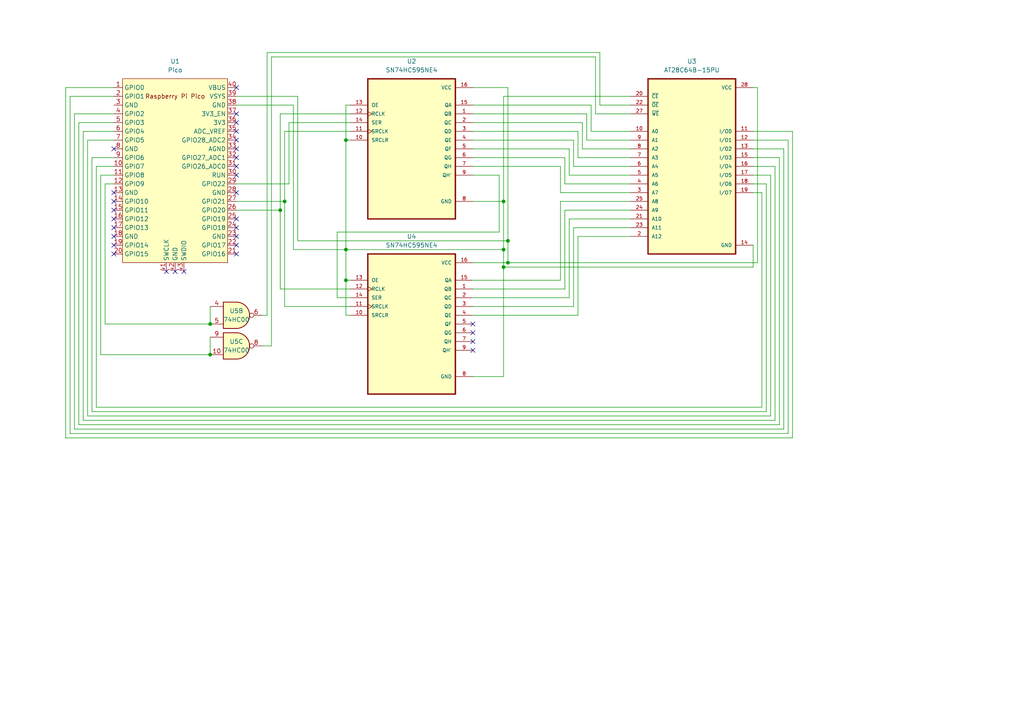
<source format=kicad_sch>
(kicad_sch (version 20230121) (generator eeschema)
  (paper "A4")
  (title_block (title "PicoW Module Base") (date "2023-12-24") (rev "0.1") (company "P.R.I.S.M Project"))
  (lib_symbols
    (symbol "74xx:74HC00" (pin_names (offset 1.016))
      (property "Reference" "U" (at 0 1.27 0))
      (property "Value" "74HC00" (at 0 -1.27 0))
      (symbol "74HC00_1_1"
        (arc (start 0 -3.81) (mid 3.7934 0) (end 0 3.81) (stroke (width 0.254)) (fill (type background)))
        (polyline (pts (xy 0 3.81) (xy -3.81 3.81) (xy -3.81 -3.81) (xy 0 -3.81)) (stroke (width 0.254)) (fill (type background)))
        (pin input line (at -7.62 2.54 0) (length 3.81) (name "~") (number "1"))
        (pin input line (at -7.62 -2.54 0) (length 3.81) (name "~") (number "2"))
        (pin output inverted (at 7.62 0 180) (length 3.81) (name "~") (number "3"))
      )
      (symbol "74HC00_1_2"
        (arc (start -3.81 -3.81) (mid -2.589 0) (end -3.81 3.81) (stroke (width 0.254)))
        (arc (start -0.6096 -3.81) (mid 2.1842 -2.5851) (end 3.81 0) (stroke (width 0.254)) (fill (type background)))
        (polyline (pts (xy -3.81 -3.81) (xy -0.635 -3.81)) (stroke (width 0.254)) (fill (type background)))
        (polyline (pts (xy -3.81 3.81) (xy -0.635 3.81)) (stroke (width 0.254)) (fill (type background)))
        (polyline (pts (xy -0.635 3.81) (xy -3.81 3.81) (xy -3.81 3.81) (xy -3.556 3.4036) (xy -3.0226 2.2606) (xy -2.6924 1.0414) (xy -2.6162 -0.254) (xy -2.7686 -1.4986) (xy -3.175 -2.7178) (xy -3.81 -3.81) (xy -3.81 -3.81) (xy -0.635 -3.81)) (stroke (width -25.4)) (fill (type background)))
        (arc (start 3.81 0) (mid 2.1915 2.5936) (end -0.6096 3.81) (stroke (width 0.254)) (fill (type background)))
        (pin input inverted (at -7.62 2.54 0) (length 4.318) (name "~") (number "1"))
        (pin input inverted (at -7.62 -2.54 0) (length 4.318) (name "~") (number "2"))
        (pin output line (at 7.62 0 180) (length 3.81) (name "~") (number "3"))
      )
      (symbol "74HC00_2_1"
        (arc (start 0 -3.81) (mid 3.7934 0) (end 0 3.81) (stroke (width 0.254)) (fill (type background)))
        (polyline (pts (xy 0 3.81) (xy -3.81 3.81) (xy -3.81 -3.81) (xy 0 -3.81)) (stroke (width 0.254)) (fill (type background)))
        (pin input line (at -7.62 2.54 0) (length 3.81) (name "~") (number "4"))
        (pin input line (at -7.62 -2.54 0) (length 3.81) (name "~") (number "5"))
        (pin output inverted (at 7.62 0 180) (length 3.81) (name "~") (number "6"))
      )
      (symbol "74HC00_2_2"
        (arc (start -3.81 -3.81) (mid -2.589 0) (end -3.81 3.81) (stroke (width 0.254)))
        (arc (start -0.6096 -3.81) (mid 2.1842 -2.5851) (end 3.81 0) (stroke (width 0.254)) (fill (type background)))
        (polyline (pts (xy -3.81 -3.81) (xy -0.635 -3.81)) (stroke (width 0.254)) (fill (type background)))
        (polyline (pts (xy -3.81 3.81) (xy -0.635 3.81)) (stroke (width 0.254)) (fill (type background)))
        (polyline (pts (xy -0.635 3.81) (xy -3.81 3.81) (xy -3.81 3.81) (xy -3.556 3.4036) (xy -3.0226 2.2606) (xy -2.6924 1.0414) (xy -2.6162 -0.254) (xy -2.7686 -1.4986) (xy -3.175 -2.7178) (xy -3.81 -3.81) (xy -3.81 -3.81) (xy -0.635 -3.81)) (stroke (width -25.4)) (fill (type background)))
        (arc (start 3.81 0) (mid 2.1915 2.5936) (end -0.6096 3.81) (stroke (width 0.254)) (fill (type background)))
        (pin input inverted (at -7.62 2.54 0) (length 4.318) (name "~") (number "4"))
        (pin input inverted (at -7.62 -2.54 0) (length 4.318) (name "~") (number "5"))
        (pin output line (at 7.62 0 180) (length 3.81) (name "~") (number "6"))
      )
      (symbol "74HC00_3_1"
        (arc (start 0 -3.81) (mid 3.7934 0) (end 0 3.81) (stroke (width 0.254)) (fill (type background)))
        (polyline (pts (xy 0 3.81) (xy -3.81 3.81) (xy -3.81 -3.81) (xy 0 -3.81)) (stroke (width 0.254)) (fill (type background)))
        (pin input line (at -7.62 -2.54 0) (length 3.81) (name "~") (number "10"))
        (pin output inverted (at 7.62 0 180) (length 3.81) (name "~") (number "8"))
        (pin input line (at -7.62 2.54 0) (length 3.81) (name "~") (number "9"))
      )
      (symbol "74HC00_3_2"
        (arc (start -3.81 -3.81) (mid -2.589 0) (end -3.81 3.81) (stroke (width 0.254)))
        (arc (start -0.6096 -3.81) (mid 2.1842 -2.5851) (end 3.81 0) (stroke (width 0.254)) (fill (type background)))
        (polyline (pts (xy -3.81 -3.81) (xy -0.635 -3.81)) (stroke (width 0.254)) (fill (type background)))
        (polyline (pts (xy -3.81 3.81) (xy -0.635 3.81)) (stroke (width 0.254)) (fill (type background)))
        (polyline (pts (xy -0.635 3.81) (xy -3.81 3.81) (xy -3.81 3.81) (xy -3.556 3.4036) (xy -3.0226 2.2606) (xy -2.6924 1.0414) (xy -2.6162 -0.254) (xy -2.7686 -1.4986) (xy -3.175 -2.7178) (xy -3.81 -3.81) (xy -3.81 -3.81) (xy -0.635 -3.81)) (stroke (width -25.4)) (fill (type background)))
        (arc (start 3.81 0) (mid 2.1915 2.5936) (end -0.6096 3.81) (stroke (width 0.254)) (fill (type background)))
        (pin input inverted (at -7.62 -2.54 0) (length 4.318) (name "~") (number "10"))
        (pin output line (at 7.62 0 180) (length 3.81) (name "~") (number "8"))
        (pin input inverted (at -7.62 2.54 0) (length 4.318) (name "~") (number "9"))
      )
      (symbol "74HC00_4_1"
        (arc (start 0 -3.81) (mid 3.7934 0) (end 0 3.81) (stroke (width 0.254)) (fill (type background)))
        (polyline (pts (xy 0 3.81) (xy -3.81 3.81) (xy -3.81 -3.81) (xy 0 -3.81)) (stroke (width 0.254)) (fill (type background)))
        (pin output inverted (at 7.62 0 180) (length 3.81) (name "~") (number "11"))
        (pin input line (at -7.62 2.54 0) (length 3.81) (name "~") (number "12"))
        (pin input line (at -7.62 -2.54 0) (length 3.81) (name "~") (number "13"))
      )
      (symbol "74HC00_4_2"
        (arc (start -3.81 -3.81) (mid -2.589 0) (end -3.81 3.81) (stroke (width 0.254)))
        (arc (start -0.6096 -3.81) (mid 2.1842 -2.5851) (end 3.81 0) (stroke (width 0.254)) (fill (type background)))
        (polyline (pts (xy -3.81 -3.81) (xy -0.635 -3.81)) (stroke (width 0.254)) (fill (type background)))
        (polyline (pts (xy -3.81 3.81) (xy -0.635 3.81)) (stroke (width 0.254)) (fill (type background)))
        (polyline (pts (xy -0.635 3.81) (xy -3.81 3.81) (xy -3.81 3.81) (xy -3.556 3.4036) (xy -3.0226 2.2606) (xy -2.6924 1.0414) (xy -2.6162 -0.254) (xy -2.7686 -1.4986) (xy -3.175 -2.7178) (xy -3.81 -3.81) (xy -3.81 -3.81) (xy -0.635 -3.81)) (stroke (width -25.4)) (fill (type background)))
        (arc (start 3.81 0) (mid 2.1915 2.5936) (end -0.6096 3.81) (stroke (width 0.254)) (fill (type background)))
        (pin output line (at 7.62 0 180) (length 3.81) (name "~") (number "11"))
        (pin input inverted (at -7.62 2.54 0) (length 4.318) (name "~") (number "12"))
        (pin input inverted (at -7.62 -2.54 0) (length 4.318) (name "~") (number "13"))
      )
      (symbol "74HC00_5_0"
        (pin power_in line (at 0 12.7 270) (length 5.08) (name "VCC") (number "14"))
        (pin power_in line (at 0 -12.7 90) (length 5.08) (name "GND") (number "7"))
      )
      (symbol "74HC00_5_1"
        (rectangle (start -5.08 7.62) (end 5.08 -7.62) (stroke (width 0.254)) (fill (type background)))
      )
    )
    (symbol "AT28C64B-15PU:AT28C64B-15PU" (pin_names (offset 1.016))
      (property "Reference" "U" (at -12.7 26.4 0))
      (property "Value" "AT28C64B-15PU" (at -12.7 -29.4 0))
      (symbol "AT28C64B-15PU_0_0"
        (rectangle (start -12.7 -25.4) (end 12.7 25.4) (stroke (width 0.41)) (fill (type background)))
        (pin input line (at -17.78 10.16 0) (length 5.08) (name "A0") (number "10"))
        (pin bidirectional line (at 17.78 10.16 180) (length 5.08) (name "I/O0") (number "11"))
        (pin bidirectional line (at 17.78 7.62 180) (length 5.08) (name "I/O1") (number "12"))
        (pin bidirectional line (at 17.78 5.08 180) (length 5.08) (name "I/O2") (number "13"))
        (pin power_in line (at 17.78 -22.86 180) (length 5.08) (name "GND") (number "14"))
        (pin bidirectional line (at 17.78 2.54 180) (length 5.08) (name "I/O3") (number "15"))
        (pin bidirectional line (at 17.78 0 180) (length 5.08) (name "I/O4") (number "16"))
        (pin bidirectional line (at 17.78 -2.54 180) (length 5.08) (name "I/O5") (number "17"))
        (pin bidirectional line (at 17.78 -5.08 180) (length 5.08) (name "I/O6") (number "18"))
        (pin bidirectional line (at 17.78 -7.62 180) (length 5.08) (name "I/O7") (number "19"))
        (pin input line (at -17.78 -20.32 0) (length 5.08) (name "A12") (number "2"))
        (pin input line (at -17.78 20.32 0) (length 5.08) (name "~{CE}") (number "20"))
        (pin input line (at -17.78 -15.24 0) (length 5.08) (name "A10") (number "21"))
        (pin input line (at -17.78 17.78 0) (length 5.08) (name "~{OE}") (number "22"))
        (pin input line (at -17.78 -17.78 0) (length 5.08) (name "A11") (number "23"))
        (pin input line (at -17.78 -12.7 0) (length 5.08) (name "A9") (number "24"))
        (pin input line (at -17.78 -10.16 0) (length 5.08) (name "A8") (number "25"))
        (pin input line (at -17.78 15.24 0) (length 5.08) (name "~{WE}") (number "27"))
        (pin power_in line (at 17.78 22.86 180) (length 5.08) (name "VCC") (number "28"))
        (pin input line (at -17.78 -7.62 0) (length 5.08) (name "A7") (number "3"))
        (pin input line (at -17.78 -5.08 0) (length 5.08) (name "A6") (number "4"))
        (pin input line (at -17.78 -2.54 0) (length 5.08) (name "A5") (number "5"))
        (pin input line (at -17.78 0 0) (length 5.08) (name "A4") (number "6"))
        (pin input line (at -17.78 2.54 0) (length 5.08) (name "A3") (number "7"))
        (pin input line (at -17.78 5.08 0) (length 5.08) (name "A2") (number "8"))
        (pin input line (at -17.78 7.62 0) (length 5.08) (name "A1") (number "9"))
      )
    )
    (symbol "MCU_RaspberryPi_and_Boards:Pico"
      (property "Reference" "U" (at -13.97 27.94 0))
      (property "Value" "Pico" (at 0 19.05 0))
      (symbol "Pico_0_0"
        (text "Raspberry Pi Pico" (at 0 21.59 0) (effects (font (size 1.27 1.27))))
      )
      (symbol "Pico_0_1"
        (rectangle (start -15.24 26.67) (end 15.24 -26.67) (fill (type background)))
      )
      (symbol "Pico_1_1"
        (pin bidirectional line (at -17.78 24.13 0) (length 2.54) (name "GPIO0") (number "1"))
        (pin bidirectional line (at -17.78 1.27 0) (length 2.54) (name "GPIO7") (number "10"))
        (pin bidirectional line (at -17.78 -1.27 0) (length 2.54) (name "GPIO8") (number "11"))
        (pin bidirectional line (at -17.78 -3.81 0) (length 2.54) (name "GPIO9") (number "12"))
        (pin power_in line (at -17.78 -6.35 0) (length 2.54) (name "GND") (number "13"))
        (pin bidirectional line (at -17.78 -8.89 0) (length 2.54) (name "GPIO10") (number "14"))
        (pin bidirectional line (at -17.78 -11.43 0) (length 2.54) (name "GPIO11") (number "15"))
        (pin bidirectional line (at -17.78 -13.97 0) (length 2.54) (name "GPIO12") (number "16"))
        (pin bidirectional line (at -17.78 -16.51 0) (length 2.54) (name "GPIO13") (number "17"))
        (pin power_in line (at -17.78 -19.05 0) (length 2.54) (name "GND") (number "18"))
        (pin bidirectional line (at -17.78 -21.59 0) (length 2.54) (name "GPIO14") (number "19"))
        (pin bidirectional line (at -17.78 21.59 0) (length 2.54) (name "GPIO1") (number "2"))
        (pin bidirectional line (at -17.78 -24.13 0) (length 2.54) (name "GPIO15") (number "20"))
        (pin bidirectional line (at 17.78 -24.13 180) (length 2.54) (name "GPIO16") (number "21"))
        (pin bidirectional line (at 17.78 -21.59 180) (length 2.54) (name "GPIO17") (number "22"))
        (pin power_in line (at 17.78 -19.05 180) (length 2.54) (name "GND") (number "23"))
        (pin bidirectional line (at 17.78 -16.51 180) (length 2.54) (name "GPIO18") (number "24"))
        (pin bidirectional line (at 17.78 -13.97 180) (length 2.54) (name "GPIO19") (number "25"))
        (pin bidirectional line (at 17.78 -11.43 180) (length 2.54) (name "GPIO20") (number "26"))
        (pin bidirectional line (at 17.78 -8.89 180) (length 2.54) (name "GPIO21") (number "27"))
        (pin power_in line (at 17.78 -6.35 180) (length 2.54) (name "GND") (number "28"))
        (pin bidirectional line (at 17.78 -3.81 180) (length 2.54) (name "GPIO22") (number "29"))
        (pin power_in line (at -17.78 19.05 0) (length 2.54) (name "GND") (number "3"))
        (pin input line (at 17.78 -1.27 180) (length 2.54) (name "RUN") (number "30"))
        (pin bidirectional line (at 17.78 1.27 180) (length 2.54) (name "GPIO26_ADC0") (number "31"))
        (pin bidirectional line (at 17.78 3.81 180) (length 2.54) (name "GPIO27_ADC1") (number "32"))
        (pin power_in line (at 17.78 6.35 180) (length 2.54) (name "AGND") (number "33"))
        (pin bidirectional line (at 17.78 8.89 180) (length 2.54) (name "GPIO28_ADC2") (number "34"))
        (pin power_in line (at 17.78 11.43 180) (length 2.54) (name "ADC_VREF") (number "35"))
        (pin power_in line (at 17.78 13.97 180) (length 2.54) (name "3V3") (number "36"))
        (pin input line (at 17.78 16.51 180) (length 2.54) (name "3V3_EN") (number "37"))
        (pin bidirectional line (at 17.78 19.05 180) (length 2.54) (name "GND") (number "38"))
        (pin power_in line (at 17.78 21.59 180) (length 2.54) (name "VSYS") (number "39"))
        (pin bidirectional line (at -17.78 16.51 0) (length 2.54) (name "GPIO2") (number "4"))
        (pin power_in line (at 17.78 24.13 180) (length 2.54) (name "VBUS") (number "40"))
        (pin input line (at -2.54 -29.21 90) (length 2.54) (name "SWCLK") (number "41"))
        (pin power_in line (at 0 -29.21 90) (length 2.54) (name "GND") (number "42"))
        (pin bidirectional line (at 2.54 -29.21 90) (length 2.54) (name "SWDIO") (number "43"))
        (pin bidirectional line (at -17.78 13.97 0) (length 2.54) (name "GPIO3") (number "5"))
        (pin bidirectional line (at -17.78 11.43 0) (length 2.54) (name "GPIO4") (number "6"))
        (pin bidirectional line (at -17.78 8.89 0) (length 2.54) (name "GPIO5") (number "7"))
        (pin power_in line (at -17.78 6.35 0) (length 2.54) (name "GND") (number "8"))
        (pin bidirectional line (at -17.78 3.81 0) (length 2.54) (name "GPIO6") (number "9"))
      )
    )
    (symbol "SN74HC595NE4:SN74HC595NE4" (pin_names (offset 1.016))
      (property "Reference" "U" (at -12.7 21.32 0))
      (property "Value" "SN74HC595NE4" (at -12.7 -24.32 0))
      (symbol "SN74HC595NE4_0_0"
        (rectangle (start -12.7 -20.32) (end 12.7 20.32) (stroke (width 0.41)) (fill (type background)))
        (pin output line (at 17.78 10.16 180) (length 5.08) (name "QB") (number "1"))
        (pin input line (at -17.78 2.54 0) (length 5.08) (name "SRCLR") (number "10"))
        (pin input clock (at -17.78 5.08 0) (length 5.08) (name "SRCLK") (number "11"))
        (pin input clock (at -17.78 10.16 0) (length 5.08) (name "RCLK") (number "12"))
        (pin input line (at -17.78 12.7 0) (length 5.08) (name "OE") (number "13"))
        (pin input line (at -17.78 7.62 0) (length 5.08) (name "SER") (number "14"))
        (pin output line (at 17.78 12.7 180) (length 5.08) (name "QA") (number "15"))
        (pin power_in line (at 17.78 17.78 180) (length 5.08) (name "VCC") (number "16"))
        (pin output line (at 17.78 7.62 180) (length 5.08) (name "QC") (number "2"))
        (pin output line (at 17.78 5.08 180) (length 5.08) (name "QD") (number "3"))
        (pin output line (at 17.78 2.54 180) (length 5.08) (name "QE") (number "4"))
        (pin output line (at 17.78 0 180) (length 5.08) (name "QF") (number "5"))
        (pin output line (at 17.78 -2.54 180) (length 5.08) (name "QG") (number "6"))
        (pin output line (at 17.78 -5.08 180) (length 5.08) (name "QH") (number "7"))
        (pin power_in line (at 17.78 -15.24 180) (length 5.08) (name "GND") (number "8"))
        (pin output line (at 17.78 -7.62 180) (length 5.08) (name "QH'") (number "9"))
      )
    )
  )
  (junction (at 100.33 72.39))
  (junction (at 146.05 77.47))
  (junction (at 81.28 60.96))
  (junction (at 146.05 72.39))
  (junction (at 100.33 81.28))
  (junction (at 147.32 76.2))
  (junction (at 146.05 58.42))
  (junction (at 100.33 40.64))
  (junction (at 147.32 69.85))
  (junction (at 60.96 102.87))
  (junction (at 82.55 58.42))
  (junction (at 60.96 93.98))
  (no_connect (at 137.16 101.6))
  (no_connect (at 68.58 43.18))
  (no_connect (at 68.58 48.26))
  (no_connect (at 68.58 73.66))
  (no_connect (at 68.58 71.12))
  (no_connect (at 33.02 66.04))
  (no_connect (at 50.8 78.74))
  (no_connect (at 137.16 96.52))
  (no_connect (at 68.58 50.8))
  (no_connect (at 53.34 78.74))
  (no_connect (at 68.58 55.88))
  (no_connect (at 137.16 99.06))
  (no_connect (at 68.58 35.56))
  (no_connect (at 33.02 68.58))
  (no_connect (at 33.02 63.5))
  (no_connect (at 68.58 68.58))
  (no_connect (at 137.16 93.98))
  (no_connect (at 33.02 58.42))
  (no_connect (at 68.58 38.1))
  (no_connect (at 33.02 55.88))
  (no_connect (at 68.58 40.64))
  (no_connect (at 48.26 78.74))
  (no_connect (at 33.02 60.96))
  (no_connect (at 33.02 43.18))
  (no_connect (at 68.58 45.72))
  (no_connect (at 68.58 33.02))
  (no_connect (at 68.58 63.5))
  (no_connect (at 68.58 25.4))
  (no_connect (at 33.02 71.12))
  (no_connect (at 33.02 73.66))
  (no_connect (at 68.58 66.04))
  (wire (pts (xy 166.37 88.9) (xy 166.37 66.04)))
  (wire (pts (xy 83.82 35.56) (xy 83.82 53.34)))
  (wire (pts (xy 170.18 40.64) (xy 170.18 33.02)))
  (wire (pts (xy 165.1 43.18) (xy 137.16 43.18)))
  (wire (pts (xy 26.67 45.72) (xy 33.02 45.72)))
  (wire (pts (xy 29.21 102.87) (xy 60.96 102.87)))
  (wire (pts (xy 163.83 60.96) (xy 182.88 60.96)))
  (wire (pts (xy 97.79 86.36) (xy 101.6 86.36)))
  (wire (pts (xy 22.86 123.19) (xy 22.86 35.56)))
  (wire (pts (xy 222.25 53.34) (xy 222.25 119.38)))
  (wire (pts (xy 170.18 33.02) (xy 137.16 33.02)))
  (wire (pts (xy 218.44 25.4) (xy 219.71 25.4)))
  (wire (pts (xy 182.88 27.94) (xy 146.05 27.94)))
  (wire (pts (xy 82.55 88.9) (xy 82.55 58.42)))
  (wire (pts (xy 182.88 50.8) (xy 165.1 50.8)))
  (wire (pts (xy 137.16 86.36) (xy 165.1 86.36)))
  (wire (pts (xy 76.2 100.33) (xy 78.74 100.33)))
  (wire (pts (xy 101.6 38.1) (xy 82.55 38.1)))
  (wire (pts (xy 68.58 30.48) (xy 85.09 30.48)))
  (wire (pts (xy 173.99 30.48) (xy 173.99 15.24)))
  (wire (pts (xy 220.98 118.11) (xy 220.98 55.88)))
  (wire (pts (xy 182.88 30.48) (xy 173.99 30.48)))
  (wire (pts (xy 137.16 109.22) (xy 146.05 109.22)))
  (wire (pts (xy 33.02 33.02) (xy 21.59 33.02)))
  (wire (pts (xy 171.45 30.48) (xy 137.16 30.48)))
  (wire (pts (xy 78.74 16.51) (xy 172.72 16.51)))
  (wire (pts (xy 82.55 58.42) (xy 68.58 58.42)))
  (wire (pts (xy 100.33 81.28) (xy 101.6 81.28)))
  (wire (pts (xy 165.1 63.5) (xy 182.88 63.5)))
  (wire (pts (xy 220.98 55.88) (xy 218.44 55.88)))
  (wire (pts (xy 24.13 38.1) (xy 24.13 121.92)))
  (wire (pts (xy 33.02 53.34) (xy 30.48 53.34)))
  (wire (pts (xy 162.56 55.88) (xy 162.56 48.26)))
  (wire (pts (xy 146.05 27.94) (xy 146.05 58.42)))
  (wire (pts (xy 165.1 50.8) (xy 165.1 43.18)))
  (wire (pts (xy 101.6 91.44) (xy 100.33 91.44)))
  (wire (pts (xy 147.32 25.4) (xy 147.32 69.85)))
  (wire (pts (xy 182.88 45.72) (xy 167.64 45.72)))
  (wire (pts (xy 68.58 53.34) (xy 83.82 53.34)))
  (wire (pts (xy 182.88 40.64) (xy 170.18 40.64)))
  (wire (pts (xy 100.33 30.48) (xy 100.33 40.64)))
  (wire (pts (xy 222.25 119.38) (xy 26.67 119.38)))
  (wire (pts (xy 218.44 45.72) (xy 226.06 45.72)))
  (wire (pts (xy 162.56 58.42) (xy 182.88 58.42)))
  (wire (pts (xy 229.87 38.1) (xy 218.44 38.1)))
  (wire (pts (xy 173.99 15.24) (xy 77.47 15.24)))
  (wire (pts (xy 68.58 60.96) (xy 81.28 60.96)))
  (wire (pts (xy 22.86 35.56) (xy 33.02 35.56)))
  (wire (pts (xy 219.71 76.2) (xy 147.32 76.2)))
  (wire (pts (xy 33.02 48.26) (xy 27.94 48.26)))
  (wire (pts (xy 228.6 125.73) (xy 20.32 125.73)))
  (wire (pts (xy 163.83 83.82) (xy 163.83 60.96)))
  (wire (pts (xy 144.78 50.8) (xy 144.78 67.31)))
  (wire (pts (xy 223.52 120.65) (xy 223.52 50.8)))
  (wire (pts (xy 26.67 119.38) (xy 26.67 45.72)))
  (wire (pts (xy 85.09 72.39) (xy 100.33 72.39)))
  (wire (pts (xy 172.72 16.51) (xy 172.72 33.02)))
  (wire (pts (xy 101.6 35.56) (xy 83.82 35.56)))
  (wire (pts (xy 223.52 50.8) (xy 218.44 50.8)))
  (wire (pts (xy 101.6 88.9) (xy 82.55 88.9)))
  (wire (pts (xy 21.59 33.02) (xy 21.59 124.46)))
  (wire (pts (xy 227.33 124.46) (xy 227.33 43.18)))
  (wire (pts (xy 171.45 38.1) (xy 171.45 30.48)))
  (wire (pts (xy 137.16 81.28) (xy 162.56 81.28)))
  (wire (pts (xy 97.79 67.31) (xy 97.79 86.36)))
  (wire (pts (xy 33.02 50.8) (xy 29.21 50.8)))
  (wire (pts (xy 163.83 45.72) (xy 163.83 53.34)))
  (wire (pts (xy 146.05 77.47) (xy 146.05 109.22)))
  (wire (pts (xy 100.33 81.28) (xy 100.33 72.39)))
  (wire (pts (xy 226.06 123.19) (xy 22.86 123.19)))
  (wire (pts (xy 167.64 38.1) (xy 137.16 38.1)))
  (wire (pts (xy 227.33 43.18) (xy 218.44 43.18)))
  (wire (pts (xy 167.64 91.44) (xy 167.64 68.58)))
  (wire (pts (xy 137.16 25.4) (xy 147.32 25.4)))
  (wire (pts (xy 228.6 40.64) (xy 228.6 125.73)))
  (wire (pts (xy 229.87 127) (xy 229.87 38.1)))
  (wire (pts (xy 219.71 25.4) (xy 219.71 76.2)))
  (wire (pts (xy 100.33 40.64) (xy 101.6 40.64)))
  (wire (pts (xy 146.05 77.47) (xy 218.44 77.47)))
  (wire (pts (xy 21.59 124.46) (xy 227.33 124.46)))
  (wire (pts (xy 77.47 15.24) (xy 77.47 91.44)))
  (wire (pts (xy 172.72 33.02) (xy 182.88 33.02)))
  (wire (pts (xy 182.88 43.18) (xy 168.91 43.18)))
  (wire (pts (xy 146.05 58.42) (xy 146.05 72.39)))
  (wire (pts (xy 86.36 69.85) (xy 86.36 27.94)))
  (wire (pts (xy 168.91 35.56) (xy 137.16 35.56)))
  (wire (pts (xy 137.16 88.9) (xy 166.37 88.9)))
  (wire (pts (xy 137.16 83.82) (xy 163.83 83.82)))
  (wire (pts (xy 101.6 33.02) (xy 81.28 33.02)))
  (wire (pts (xy 168.91 43.18) (xy 168.91 35.56)))
  (wire (pts (xy 147.32 69.85) (xy 86.36 69.85)))
  (wire (pts (xy 60.96 97.79) (xy 60.96 102.87)))
  (wire (pts (xy 218.44 77.47) (xy 218.44 71.12)))
  (wire (pts (xy 137.16 40.64) (xy 166.37 40.64)))
  (wire (pts (xy 166.37 66.04) (xy 182.88 66.04)))
  (wire (pts (xy 226.06 45.72) (xy 226.06 123.19)))
  (wire (pts (xy 137.16 91.44) (xy 167.64 91.44)))
  (wire (pts (xy 166.37 40.64) (xy 166.37 48.26)))
  (wire (pts (xy 167.64 68.58) (xy 182.88 68.58)))
  (wire (pts (xy 25.4 120.65) (xy 223.52 120.65)))
  (wire (pts (xy 182.88 38.1) (xy 171.45 38.1)))
  (wire (pts (xy 19.05 25.4) (xy 19.05 127)))
  (wire (pts (xy 27.94 48.26) (xy 27.94 118.11)))
  (wire (pts (xy 162.56 81.28) (xy 162.56 58.42)))
  (wire (pts (xy 166.37 48.26) (xy 182.88 48.26)))
  (wire (pts (xy 165.1 86.36) (xy 165.1 63.5)))
  (wire (pts (xy 81.28 60.96) (xy 81.28 83.82)))
  (wire (pts (xy 19.05 127) (xy 229.87 127)))
  (wire (pts (xy 82.55 38.1) (xy 82.55 58.42)))
  (wire (pts (xy 218.44 40.64) (xy 228.6 40.64)))
  (wire (pts (xy 144.78 67.31) (xy 97.79 67.31)))
  (wire (pts (xy 77.47 91.44) (xy 76.2 91.44)))
  (wire (pts (xy 68.58 27.94) (xy 86.36 27.94)))
  (wire (pts (xy 167.64 45.72) (xy 167.64 38.1)))
  (wire (pts (xy 24.13 121.92) (xy 224.79 121.92)))
  (wire (pts (xy 137.16 50.8) (xy 144.78 50.8)))
  (wire (pts (xy 100.33 72.39) (xy 146.05 72.39)))
  (wire (pts (xy 85.09 72.39) (xy 85.09 30.48)))
  (wire (pts (xy 30.48 53.34) (xy 30.48 93.98)))
  (wire (pts (xy 101.6 30.48) (xy 100.33 30.48)))
  (wire (pts (xy 137.16 45.72) (xy 163.83 45.72)))
  (wire (pts (xy 146.05 72.39) (xy 146.05 77.47)))
  (wire (pts (xy 100.33 91.44) (xy 100.33 81.28)))
  (wire (pts (xy 27.94 118.11) (xy 220.98 118.11)))
  (wire (pts (xy 60.96 88.9) (xy 60.96 93.98)))
  (wire (pts (xy 101.6 83.82) (xy 81.28 83.82)))
  (wire (pts (xy 29.21 50.8) (xy 29.21 102.87)))
  (wire (pts (xy 224.79 121.92) (xy 224.79 48.26)))
  (wire (pts (xy 33.02 25.4) (xy 19.05 25.4)))
  (wire (pts (xy 20.32 125.73) (xy 20.32 27.94)))
  (wire (pts (xy 100.33 40.64) (xy 100.33 72.39)))
  (wire (pts (xy 25.4 120.65) (xy 25.4 40.64)))
  (wire (pts (xy 137.16 48.26) (xy 162.56 48.26)))
  (wire (pts (xy 137.16 76.2) (xy 147.32 76.2)))
  (wire (pts (xy 30.48 93.98) (xy 60.96 93.98)))
  (wire (pts (xy 81.28 33.02) (xy 81.28 60.96)))
  (wire (pts (xy 25.4 40.64) (xy 33.02 40.64)))
  (wire (pts (xy 163.83 53.34) (xy 182.88 53.34)))
  (wire (pts (xy 224.79 48.26) (xy 218.44 48.26)))
  (wire (pts (xy 218.44 53.34) (xy 222.25 53.34)))
  (wire (pts (xy 78.74 100.33) (xy 78.74 16.51)))
  (wire (pts (xy 33.02 38.1) (xy 24.13 38.1)))
  (wire (pts (xy 182.88 55.88) (xy 162.56 55.88)))
  (wire (pts (xy 20.32 27.94) (xy 33.02 27.94)))
  (wire (pts (xy 147.32 69.85) (xy 147.32 76.2)))
  (wire (pts (xy 137.16 58.42) (xy 146.05 58.42)))
  (symbol (lib_id "SN74HC595NE4:SN74HC595NE4") (at 119.38 43.18 0) (unit 1)
    (property "Reference" "U2" (at 119.38 17.78 0))
    (property "Value" "SN74HC595NE4" (at 119.38 20.32 0))
    (property "Footprint" "SN74HC595NE4:DIP794W45P254L1969H508Q16" (effects hide))
    (property "MF" "Texas Instruments" (effects hide))
    (property "Description" "\n8-bit shift registers with 3-state output registers 16-PDIP -40 to 85\n" (effects hide))
    (property "Package" "PDIP-16 Texas Instruments" (effects hide))
    (property "Price" "None" (effects hide))
    (property "SnapEDA_Link" "https://www.snapeda.com/parts/SN74HC595NE4/Texas+Instruments/view-part/?ref=snap" (effects hide))
    (property "MP" "SN74HC595NE4" (effects hide))
    (property "Purchase-URL" "https://www.snapeda.com/api/url_track_click_mouser/?unipart_id=181353&manufacturer=Texas Instruments&part_name=SN74HC595NE4&search_term=bridgold 74hc595n" (effects hide))
    (property "Availability" "In Stock" (effects hide))
    (property "Check_prices" "https://www.snapeda.com/parts/SN74HC595NE4/Texas+Instruments/view-part/?ref=eda" (effects hide))
  )
  (symbol (lib_id "MCU_RaspberryPi_and_Boards:Pico") (at 50.8 49.53 0) (unit 1)
    (property "Reference" "U1" (at 50.8 17.78 0))
    (property "Value" "Pico" (at 50.8 20.32 0))
    (property "Footprint" "RPi_Pico:RPi_Pico_SMD_TH" (effects hide))
  )
  (symbol (lib_id "AT28C64B-15PU:AT28C64B-15PU") (at 200.66 48.26 0) (unit 1)
    (property "Reference" "U3" (at 200.66 17.78 0))
    (property "Value" "AT28C64B-15PU" (at 200.66 20.32 0))
    (property "Footprint" "AT28C64B-15PU:DIP1555W45P254L3733H482Q28" (effects hide))
    (property "MF" "Microchip" (effects hide))
    (property "MAXIMUM_PACKAGE_HEIGHT" "4.826 mm" (effects hide))
    (property "Package" "DIP-28 Atmel" (effects hide))
    (property "Price" "None" (effects hide))
    (property "Check_prices" "https://www.snapeda.com/parts/AT28C64B-15PU/Microchip/view-part/?ref=eda" (effects hide))
    (property "STANDARD" "IPC 7351B" (effects hide))
    (property "PARTREV" "B" (effects hide))
    (property "SnapEDA_Link" "https://www.snapeda.com/parts/AT28C64B-15PU/Microchip/view-part/?ref=snap" (effects hide))
    (property "MP" "AT28C64B-15PU" (effects hide))
    (property "Purchase-URL" "https://www.snapeda.com/api/url_track_click_mouser/?unipart_id=290407&manufacturer=Microchip&part_name=AT28C64B-15PU&search_term=None" (effects hide))
    (property "Description" "\nAT28C64B-15PU Parallel EEPROM Memory, 64kbit, 150ns, 4.5 to 5.5 V 28-Pin PDIP | Microchip Technology Inc. AT28C64B-15PU\n" (effects hide))
    (property "Availability" "In Stock" (effects hide))
    (property "MANUFACTURER" "Microchip Technology" (effects hide))
  )
  (symbol (lib_id "74xx:74HC00") (at 68.58 91.44 0) (unit 2)
    (property "Reference" "U5" (at 68.58 90.17 0))
    (property "Value" "74HC00" (at 68.58 92.71 0))
    (property "Footprint" "Package_DIP:DIP-14_W7.62mm" (effects hide))
    (property "Datasheet" "http://www.ti.com/lit/gpn/sn74hc00" (effects hide))
  )
  (symbol (lib_id "74xx:74HC00") (at 68.58 100.33 0) (unit 3)
    (property "Reference" "U5" (at 68.58 99.06 0))
    (property "Value" "74HC00" (at 68.58 101.6 0))
    (property "Footprint" "Package_DIP:DIP-14_W7.62mm" (effects hide))
    (property "Datasheet" "http://www.ti.com/lit/gpn/sn74hc00" (effects hide))
  )
  (symbol (lib_id "SN74HC595NE4:SN74HC595NE4") (at 119.38 93.98 0) (unit 1)
    (property "Reference" "U4" (at 119.38 68.58 0))
    (property "Value" "SN74HC595NE4" (at 119.38 71.12 0))
    (property "Footprint" "SN74HC595NE4:DIP794W45P254L1969H508Q16" (effects hide))
    (property "MF" "Texas Instruments" (effects hide))
    (property "Description" "\n8-bit shift registers with 3-state output registers 16-PDIP -40 to 85\n" (effects hide))
    (property "Package" "PDIP-16 Texas Instruments" (effects hide))
    (property "Price" "None" (effects hide))
    (property "SnapEDA_Link" "https://www.snapeda.com/parts/SN74HC595NE4/Texas+Instruments/view-part/?ref=snap" (effects hide))
    (property "MP" "SN74HC595NE4" (effects hide))
    (property "Purchase-URL" "https://www.snapeda.com/api/url_track_click_mouser/?unipart_id=181353&manufacturer=Texas Instruments&part_name=SN74HC595NE4&search_term=bridgold 74hc595n" (effects hide))
    (property "Availability" "In Stock" (effects hide))
    (property "Check_prices" "https://www.snapeda.com/parts/SN74HC595NE4/Texas+Instruments/view-part/?ref=eda" (effects hide))
  )
)
</source>
